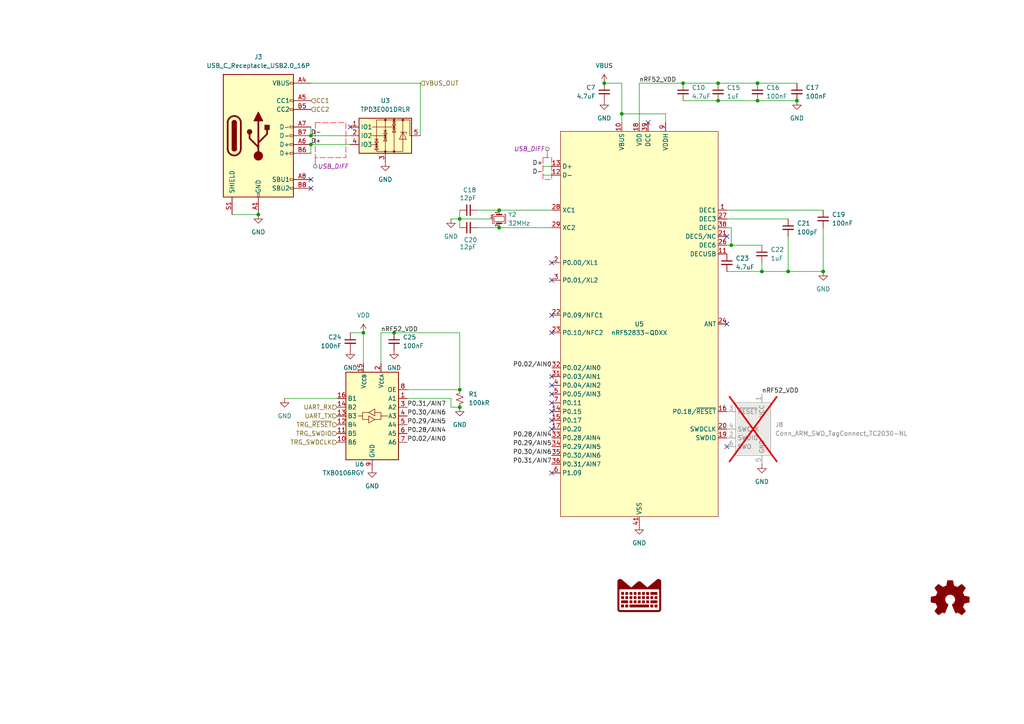
<source format=kicad_sch>
(kicad_sch (version 20250114) (generator "eeschema") (generator_version "9.0")
  (paper "A4")
  (title_block (title "RoyalBlue54L") (date "2025-01-25") (rev "0.0.1") (company "Lord's Boards"))
  (lib_symbols
    (symbol "Connector:Conn_ARM_SWD_TagConnect_TC2030-NL" (in_bom no)
      (property "Reference" "J" (at 2.54 11.43 0))
      (property "Value" "Conn_ARM_SWD_TagConnect_TC2030-NL" (at 2.54 8.89 0))
      (symbol "Conn_ARM_SWD_TagConnect_TC2030-NL_0_0"
        (pin power_in line (at -2.54 10.16 270) (length 2.54) (name "VCC") (number "1"))
        (pin power_in line (at -2.54 -10.16 90) (length 2.54) (name "GND") (number "5"))
        (pin open_collector line (at 7.62 5.08 180) (length 2.54) (name "~{RESET}") (number "3"))
        (pin output line (at 7.62 0 180) (length 2.54) (name "SWCLK") (number "4"))
        (pin bidirectional line (at 7.62 -2.54 180) (length 2.54) (name "SWDIO") (number "2"))
        (pin input line (at 7.62 -5.08 180) (length 2.54) (name "SWO") (number "6"))
      )
    )
    (symbol "Connector:USB_C_Receptacle_USB2.0_16P" (pin_names (offset 1.016))
      (property "Reference" "J" (at 0 22.225 0))
      (property "Value" "USB_C_Receptacle_USB2.0_16P" (at 0 19.685 0))
      (symbol "USB_C_Receptacle_USB2.0_16P_1_1"
        (pin passive line (at -7.62 -22.86 90) (length 5.08) (name "SHIELD") (number "S1"))
        (pin passive line (at 0 -22.86 90) (length 5.08) (name "GND") (number "A1"))
        (pin passive line (at 0 -22.86 90) (length 5.08) (hide yes) (name "GND") (number "A12"))
        (pin passive line (at 0 -22.86 90) (length 5.08) (hide yes) (name "GND") (number "B1"))
        (pin passive line (at 0 -22.86 90) (length 5.08) (hide yes) (name "GND") (number "B12"))
        (pin passive line (at 15.24 15.24 180) (length 5.08) (name "VBUS") (number "A4"))
        (pin passive line (at 15.24 15.24 180) (length 5.08) (hide yes) (name "VBUS") (number "A9"))
        (pin passive line (at 15.24 15.24 180) (length 5.08) (hide yes) (name "VBUS") (number "B4"))
        (pin passive line (at 15.24 15.24 180) (length 5.08) (hide yes) (name "VBUS") (number "B9"))
        (pin bidirectional line (at 15.24 10.16 180) (length 5.08) (name "CC1") (number "A5"))
        (pin bidirectional line (at 15.24 7.62 180) (length 5.08) (name "CC2") (number "B5"))
        (pin bidirectional line (at 15.24 2.54 180) (length 5.08) (name "D-") (number "A7"))
        (pin bidirectional line (at 15.24 0 180) (length 5.08) (name "D-") (number "B7"))
        (pin bidirectional line (at 15.24 -2.54 180) (length 5.08) (name "D+") (number "A6"))
        (pin bidirectional line (at 15.24 -5.08 180) (length 5.08) (name "D+") (number "B6"))
        (pin bidirectional line (at 15.24 -12.7 180) (length 5.08) (name "SBU1") (number "A8"))
        (pin bidirectional line (at 15.24 -15.24 180) (length 5.08) (name "SBU2") (number "B8"))
      )
    )
    (symbol "Device:C_Small" (pin_numbers (hide yes)) (pin_names (offset 0.254) (hide yes))
      (property "Reference" "C" (at 0.254 1.778 0))
      (property "Value" "C_Small" (at 0.254 -2.032 0))
      (symbol "C_Small_1_1"
        (pin passive line (at 0 2.54 270) (length 2.032) (name "~") (number "1"))
        (pin passive line (at 0 -2.54 90) (length 2.032) (name "~") (number "2"))
      )
    )
    (symbol "Device:R_Small_US" (pin_numbers (hide yes)) (pin_names (offset 0.254) (hide yes))
      (property "Reference" "R" (at 0.762 0.508 0))
      (property "Value" "R_Small_US" (at 0.762 -1.016 0))
      (symbol "R_Small_US_1_1"
        (pin passive line (at 0 2.54 270) (length 1.016) (name "~") (number "1"))
        (pin passive line (at 0 -2.54 90) (length 1.016) (name "~") (number "2"))
      )
    )
    (symbol "Graphic:Logo_Open_Hardware_Small" (in_bom no) (on_board no))
    (symbol "Logic_LevelTranslator:TXB0106RGY"
      (property "Reference" "U" (at -6.35 13.97 0))
      (property "Value" "TXB0106RGY" (at 3.81 13.97 0))
      (symbol "TXB0106RGY_1_1"
        (pin input line (at -10.16 7.62 0) (length 2.54) (name "OE") (number "8"))
        (pin bidirectional line (at -10.16 5.08 0) (length 2.54) (name "A1") (number "1"))
        (pin bidirectional line (at -10.16 2.54 0) (length 2.54) (name "A2") (number "3"))
        (pin bidirectional line (at -10.16 0 0) (length 2.54) (name "A3") (number "4"))
        (pin bidirectional line (at -10.16 -2.54 0) (length 2.54) (name "A4") (number "5"))
        (pin bidirectional line (at -10.16 -5.08 0) (length 2.54) (name "A5") (number "6"))
        (pin bidirectional line (at -10.16 -7.62 0) (length 2.54) (name "A6") (number "7"))
        (pin power_in line (at -2.54 15.24 270) (length 2.54) (name "V_{CCA}") (number "2"))
        (pin passive line (at 0 -15.24 90) (length 2.54) (hide yes) (name "GND") (number "17"))
        (pin power_in line (at 0 -15.24 90) (length 2.54) (name "GND") (number "9"))
        (pin power_in line (at 2.54 15.24 270) (length 2.54) (name "V_{CCB}") (number "15"))
        (pin bidirectional line (at 10.16 5.08 180) (length 2.54) (name "B1") (number "16"))
        (pin bidirectional line (at 10.16 2.54 180) (length 2.54) (name "B2") (number "14"))
        (pin bidirectional line (at 10.16 0 180) (length 2.54) (name "B3") (number "13"))
        (pin bidirectional line (at 10.16 -2.54 180) (length 2.54) (name "B4") (number "12"))
        (pin bidirectional line (at 10.16 -5.08 180) (length 2.54) (name "B5") (number "11"))
        (pin bidirectional line (at 10.16 -7.62 180) (length 2.54) (name "B6") (number "10"))
      )
    )
    (symbol "LordsBoards-Graphic:LordsBoardsLogo" (in_bom no) (on_board no))
    (symbol "Power_Protection:TPD3E001DRLR"
      (property "Reference" "U" (at -5.08 6.35 0))
      (property "Value" "TPD3E001DRLR" (at 8.89 -7.62 0))
      (symbol "TPD3E001DRLR_1_1"
        (pin passive line (at -10.16 0 0) (length 2.54) (name "~") (number "5"))
        (pin passive line (at 0 -7.62 90) (length 2.54) (name "~") (number "3"))
        (pin passive line (at 10.16 2.54 180) (length 2.54) (name "IO1") (number "1"))
        (pin passive line (at 10.16 0 180) (length 2.54) (name "IO2") (number "2"))
        (pin passive line (at 10.16 -2.54 180) (length 2.54) (name "IO3") (number "4"))
      )
    )
    (symbol "hlord2000-Device:Crystal_GND24_Small_EZRoute" (pin_names (offset 1.016) (hide yes))
      (property "Reference" "Y" (at 1.27 4.445 0))
      (property "Value" "Crystal_GND24_Small_EZRoute" (at 1.27 2.54 0))
      (symbol "Crystal_GND24_Small_EZRoute_1_1"
        (pin passive line (at -2.54 0 0) (length 1.27) (name "1") (number "1"))
        (pin passive line (at 0 -2.54 90) (length 0.635) (name "2") (number "2"))
        (pin passive line (at 0 -2.54 90) (length 0.635) (hide yes) (name "4") (number "4"))
        (pin passive line (at 2.54 0 180) (length 1.27) (name "3") (number "3"))
      )
    )
    (symbol "nordic-lib-kicad-nrf52:nRF52833-QDXX"
      (property "Reference" "U" (at 0 0 0))
      (property "Value" "nRF52833-QDXX" (at 0 -2.54 0))
      (symbol "nRF52833-QDXX_0_0"
        (pin unspecified line (at -25.4 45.72 0) (length 2.54) (name "D+") (number "13"))
        (pin unspecified line (at -25.4 43.18 0) (length 2.54) (name "D-") (number "12"))
        (pin unspecified line (at -25.4 33.02 0) (length 2.54) (name "XC1") (number "28"))
        (pin unspecified line (at -25.4 27.94 0) (length 2.54) (name "XC2") (number "29"))
        (pin unspecified line (at -25.4 17.78 0) (length 2.54) (name "P0.00/XL1") (number "2"))
        (pin unspecified line (at -25.4 12.7 0) (length 2.54) (name "P0.01/XL2") (number "3"))
        (pin unspecified line (at -25.4 2.54 0) (length 2.54) (name "P0.09/NFC1") (number "22"))
        (pin unspecified line (at -25.4 -2.54 0) (length 2.54) (name "P0.10/NFC2") (number "23"))
        (pin unspecified line (at -25.4 -12.7 0) (length 2.54) (name "P0.02/AIN0") (number "32"))
        (pin unspecified line (at -25.4 -15.24 0) (length 2.54) (name "P0.03/AIN1") (number "31"))
        (pin unspecified line (at -25.4 -17.78 0) (length 2.54) (name "P0.04/AIN2") (number "4"))
        (pin unspecified line (at -25.4 -20.32 0) (length 2.54) (name "P0.05/AIN3") (number "5"))
        (pin unspecified line (at -25.4 -22.86 0) (length 2.54) (name "P0.11") (number "7"))
        (pin unspecified line (at -25.4 -25.4 0) (length 2.54) (name "P0.15") (number "14"))
        (pin unspecified line (at -25.4 -27.94 0) (length 2.54) (name "P0.17") (number "15"))
        (pin unspecified line (at -25.4 -30.48 0) (length 2.54) (name "P0.20") (number "17"))
        (pin unspecified line (at -25.4 -33.02 0) (length 2.54) (name "P0.28/AIN4") (number "33"))
        (pin unspecified line (at -25.4 -35.56 0) (length 2.54) (name "P0.29/AIN5") (number "34"))
        (pin unspecified line (at -25.4 -38.1 0) (length 2.54) (name "P0.30/AIN6") (number "35"))
        (pin unspecified line (at -25.4 -40.64 0) (length 2.54) (name "P0.31/AIN7") (number "36"))
        (pin unspecified line (at -25.4 -43.18 0) (length 2.54) (name "P1.09") (number "6"))
        (pin unspecified line (at -5.08 58.42 270) (length 2.54) (name "VBUS") (number "10"))
        (pin unspecified line (at 0 58.42 270) (length 2.54) (name "VDD") (number "18"))
        (pin unspecified line (at 2.54 58.42 270) (length 2.54) (name "DCC") (number "39"))
        (pin unspecified line (at 7.62 58.42 270) (length 2.54) (name "VDDH") (number "9"))
        (pin unspecified line (at 25.4 20.32 180) (length 2.54) (name "DECUSB") (number "11"))
        (pin unspecified line (at 25.4 0 180) (length 2.54) (name "ANT") (number "24"))
        (pin unspecified line (at 25.4 -30.48 180) (length 2.54) (name "SWDCLK") (number "20"))
        (pin unspecified line (at 25.4 -33.02 180) (length 2.54) (name "SWDIO") (number "19"))
      )
      (symbol "nRF52833-QDXX_1_0"
        (pin unspecified line (at 0 58.42 270) (length 2.54) (hide yes) (name "VDD") (number "30"))
        (pin unspecified line (at 0 58.42 270) (length 2.54) (hide yes) (name "VDD") (number "40"))
        (pin unspecified line (at 0 58.42 270) (length 2.54) (hide yes) (name "VDD") (number "8"))
        (pin unspecified line (at 0 -58.42 90) (length 2.54) (hide yes) (name "VSS_PA") (number "25"))
        (pin unspecified line (at 0 -58.42 90) (length 2.54) (hide yes) (name "VSS") (number "37"))
        (pin passive line (at 0 -58.42 90) (length 2.54) (name "VSS") (number "41"))
        (pin unspecified line (at 25.4 33.02 180) (length 2.54) (name "DEC1") (number "1"))
        (pin unspecified line (at 25.4 30.48 180) (length 2.54) (name "DEC3") (number "27"))
        (pin unspecified line (at 25.4 27.94 180) (length 2.54) (name "DEC4") (number "38"))
        (pin unspecified line (at 25.4 25.4 180) (length 2.54) (name "DEC5/NC") (number "21"))
        (pin unspecified line (at 25.4 22.86 180) (length 2.54) (name "DEC6") (number "26"))
        (pin unspecified line (at 25.4 -25.4 180) (length 2.54) (name "P0.18/~{RESET}") (number "16"))
      )
    )
    (symbol "power:GND" (power) (pin_numbers (hide yes)) (pin_names (offset 0) (hide yes))
      (property "Value" "GND" (at 0 -3.81 0))
      (symbol "GND_1_1"
        (pin power_in line (at 0 0 270) (length 0) (name "~") (number "1"))
      )
    )
    (symbol "power:VBUS" (power) (pin_numbers (hide yes)) (pin_names (offset 0) (hide yes))
      (property "Value" "VBUS" (at 0 3.556 0))
      (symbol "VBUS_1_1"
        (pin power_in line (at 0 0 90) (length 0) (name "~") (number "1"))
      )
    )
    (symbol "power:VDD" (power) (pin_numbers (hide yes)) (pin_names (offset 0) (hide yes))
      (property "Value" "VDD" (at 0 3.556 0))
      (symbol "VDD_1_1"
        (pin power_in line (at 0 0 90) (length 0) (name "~") (number "1"))
      )
    )
  )
  (junction (at 208.28 24.13))
  (junction (at 228.6 78.74))
  (junction (at 144.78 60.96))
  (junction (at 231.14 29.21))
  (junction (at 133.35 113.03))
  (junction (at 219.71 29.21))
  (junction (at 133.35 118.11))
  (junction (at 220.98 78.74))
  (junction (at 133.35 63.5))
  (junction (at 105.41 96.52))
  (junction (at 219.71 24.13))
  (junction (at 175.26 24.13))
  (junction (at 198.12 24.13))
  (junction (at 144.78 66.04))
  (junction (at 180.34 33.02))
  (junction (at 212.09 71.12))
  (junction (at 238.76 78.74))
  (junction (at 114.3 96.52))
  (junction (at 74.93 62.23))
  (junction (at 208.28 29.21))
  (junction (at 90.17 41.91))
  (junction (at 90.17 39.37))
  (no_connect (at 187.96 35.56))
  (no_connect (at 160.02 121.92))
  (no_connect (at 160.02 114.3))
  (no_connect (at 160.02 91.44))
  (no_connect (at 160.02 81.28))
  (no_connect (at 90.17 54.61))
  (no_connect (at 160.02 119.38))
  (no_connect (at 160.02 137.16))
  (no_connect (at 160.02 76.2))
  (no_connect (at 160.02 111.76))
  (no_connect (at 160.02 109.22))
  (no_connect (at 90.17 52.07))
  (no_connect (at 101.6 36.83))
  (no_connect (at 160.02 116.84))
  (no_connect (at 160.02 124.46))
  (no_connect (at 210.82 93.98))
  (no_connect (at 210.82 68.58))
  (no_connect (at 160.02 96.52))
  (no_connect (at 210.82 129.54))
  (wire (pts (xy 208.28 24.13) (xy 219.71 24.13)))
  (wire (pts (xy 198.12 24.13) (xy 208.28 24.13)))
  (wire (pts (xy 110.49 96.52) (xy 110.49 105.41)))
  (wire (pts (xy 210.82 63.5) (xy 228.6 63.5)))
  (wire (pts (xy 138.43 66.04) (xy 144.78 66.04)))
  (wire (pts (xy 133.35 96.52) (xy 114.3 96.52)))
  (wire (pts (xy 219.71 24.13) (xy 231.14 24.13)))
  (wire (pts (xy 138.43 60.96) (xy 144.78 60.96)))
  (wire (pts (xy 130.81 115.57) (xy 130.81 118.11)))
  (wire (pts (xy 133.35 60.96) (xy 133.35 63.5)))
  (wire (pts (xy 105.41 96.52) (xy 105.41 105.41)))
  (wire (pts (xy 157.48 50.8) (xy 160.02 50.8)))
  (wire (pts (xy 212.09 71.12) (xy 220.98 71.12)))
  (wire (pts (xy 133.35 63.5) (xy 133.35 66.04)))
  (wire (pts (xy 133.35 96.52) (xy 133.35 113.03)))
  (wire (pts (xy 185.42 24.13) (xy 185.42 35.56)))
  (wire (pts (xy 121.92 24.13) (xy 90.17 24.13)))
  (wire (pts (xy 90.17 41.91) (xy 90.17 44.45)))
  (wire (pts (xy 90.17 41.91) (xy 101.6 41.91)))
  (wire (pts (xy 90.17 39.37) (xy 101.6 39.37)))
  (wire (pts (xy 130.81 118.11) (xy 133.35 118.11)))
  (wire (pts (xy 157.48 48.26) (xy 160.02 48.26)))
  (wire (pts (xy 210.82 78.74) (xy 220.98 78.74)))
  (wire (pts (xy 208.28 29.21) (xy 219.71 29.21)))
  (wire (pts (xy 220.98 78.74) (xy 228.6 78.74)))
  (wire (pts (xy 238.76 66.04) (xy 238.76 78.74)))
  (wire (pts (xy 180.34 24.13) (xy 180.34 33.02)))
  (wire (pts (xy 133.35 113.03) (xy 118.11 113.03)))
  (wire (pts (xy 105.41 96.52) (xy 101.6 96.52)))
  (wire (pts (xy 210.82 66.04) (xy 212.09 66.04)))
  (wire (pts (xy 212.09 66.04) (xy 212.09 71.12)))
  (wire (pts (xy 180.34 33.02) (xy 193.04 33.02)))
  (wire (pts (xy 193.04 33.02) (xy 193.04 35.56)))
  (wire (pts (xy 121.92 24.13) (xy 121.92 39.37)))
  (wire (pts (xy 118.11 115.57) (xy 130.81 115.57)))
  (wire (pts (xy 144.78 60.96) (xy 160.02 60.96)))
  (wire (pts (xy 219.71 29.21) (xy 231.14 29.21)))
  (wire (pts (xy 114.3 96.52) (xy 110.49 96.52)))
  (wire (pts (xy 175.26 24.13) (xy 180.34 24.13)))
  (wire (pts (xy 67.31 62.23) (xy 74.93 62.23)))
  (wire (pts (xy 210.82 60.96) (xy 238.76 60.96)))
  (wire (pts (xy 90.17 36.83) (xy 90.17 39.37)))
  (wire (pts (xy 185.42 24.13) (xy 198.12 24.13)))
  (wire (pts (xy 228.6 78.74) (xy 238.76 78.74)))
  (wire (pts (xy 210.82 71.12) (xy 212.09 71.12)))
  (wire (pts (xy 133.35 63.5) (xy 142.24 63.5)))
  (wire (pts (xy 180.34 33.02) (xy 180.34 35.56)))
  (wire (pts (xy 228.6 68.58) (xy 228.6 78.74)))
  (wire (pts (xy 144.78 66.04) (xy 160.02 66.04)))
  (wire (pts (xy 82.55 115.57) (xy 97.79 115.57)))
  (wire (pts (xy 130.81 63.5) (xy 133.35 63.5)))
  (wire (pts (xy 198.12 29.21) (xy 208.28 29.21)))
  (wire (pts (xy 220.98 76.2) (xy 220.98 78.74)))
  (label "D-" (at 157.48 50.8 180))
  (label "P0.28/AIN4" (at 160.02 127 180))
  (label "P0.30/AIN6" (at 118.11 120.65 0))
  (label "D+" (at 157.48 48.26 180))
  (label "nRF52_VDD" (at 110.49 96.52 0))
  (label "P0.30/AIN6" (at 160.02 132.08 180))
  (label "D-" (at 90.17 39.37 0))
  (label "nRF52_VDD" (at 220.98 114.3 0))
  (label "P0.31/AIN7" (at 160.02 134.62 180))
  (label "P0.29/AIN5" (at 118.11 123.19 0))
  (label "P0.02/AIN0" (at 118.11 128.27 0))
  (label "P0.29/AIN5" (at 160.02 129.54 180))
  (label "nRF52_VDD" (at 185.42 24.13 0))
  (label "P0.02/AIN0" (at 160.02 106.68 180))
  (label "P0.31/AIN7" (at 118.11 118.11 0))
  (label "P0.28/AIN4" (at 118.11 125.73 0))
  (label "D+" (at 90.17 41.91 0))
  (hierarchical_label "CC1" (shape input) (at 90.17 29.21 0))
  (hierarchical_label "TRG_SWDIO" (shape input) (at 97.79 125.73 180))
  (hierarchical_label "TRG_~{RESET}" (shape input) (at 97.79 123.19 180))
  (hierarchical_label "VBUS_OUT" (shape input) (at 121.92 24.13 0))
  (hierarchical_label "UART_TX" (shape input) (at 97.79 120.65 180))
  (hierarchical_label "UART_RX" (shape input) (at 97.79 118.11 180))
  (hierarchical_label "TRG_SWDCLK" (shape input) (at 97.79 128.27 180))
  (hierarchical_label "CC2" (shape input) (at 90.17 31.75 0))
  (rule_area (polyline (pts (xy 91.44 35.56) (xy 91.44 45.72) (xy 97.79 45.72) (xy 100.33 45.72) (xy 100.33 43.18) (xy 100.33 35.56)) (stroke (width 0) (type dash))))
  (rule_area (polyline (pts (xy 157.48 45.72) (xy 157.48 52.07) (xy 160.02 52.07) (xy 160.02 45.72)) (stroke (width 0) (type dash))))
  (netclass_flag "" (length 2.54) (shape round) (at 91.44 45.72 180) (property "Netclass" "USB_DIFF" (at 92.1385 48.26 0) (effects (font (italic yes)) (justify left))))
  (netclass_flag "" (length 2.54) (shape round) (at 158.75 45.72 0) (property "Netclass" "USB_DIFF" (at 158.0515 43.18 0) (effects (font (italic yes)) (justify right))))
  (symbol (lib_id "Device:C_Small") (at 101.6 99.06 0) (mirror y) (unit 1)
    (property "Reference" "C24" (at 99.06 97.7962 0) (effects (justify left)))
    (property "Value" "100nF" (at 99.06 100.3362 0) (effects (justify left)))
    (property "Footprint" "Capacitor_SMD:C_0402_1005Metric" (effects (hide yes)))
    (property "Description" "Unpolarized capacitor, small symbol" (effects (hide yes)))
    (property "LCSC" "C307331" (effects (hide yes)))
  )
  (symbol (lib_id "power:GND") (at 74.93 62.23 0) (unit 1)
    (property "Reference" "#PWR027" (effects (hide yes)))
    (property "Value" "GND" (at 74.93 67.31 0))
    (property "Description" "Power symbol creates a global label with name \"GND\" , ground" (effects (hide yes)))
  )
  (symbol (lib_id "Logic_LevelTranslator:TXB0106RGY") (at 107.95 120.65 0) (mirror y) (unit 1)
    (property "Reference" "U6" (at 105.664 134.62 0) (effects (justify left)))
    (property "Value" "TXB0106RGY" (at 105.664 137.16 0) (effects (justify left)))
    (property "Footprint" "Package_DFN_QFN:Texas_RGY_R-PVQFN-N16_EP2.05x2.55mm" (effects (hide yes)))
    (property "Datasheet" "http://www.ti.com/lit/ds/symlink/txb0106.pdf" (effects (hide yes)))
    (property "Description" "6-Bit Bidirectional Voltage-Level Translator, Auto Direction Sensing and ±15-kV ESD Protection, 1.2 - 3.6V APort, 1.65 - 5.5V BPort, VQFN-16" (effects (hide yes)))
    (property "LCSC" "C2652978" (effects (hide yes)))
  )
  (symbol (lib_id "Device:C_Small") (at 238.76 63.5 0) (unit 1)
    (property "Reference" "C19" (at 241.3 62.2362 0) (effects (justify left)))
    (property "Value" "100nF" (at 241.3 64.7762 0) (effects (justify left)))
    (property "Footprint" "Capacitor_SMD:C_0402_1005Metric" (effects (hide yes)))
    (property "Description" "Unpolarized capacitor, small symbol" (effects (hide yes)))
    (property "LCSC" "C307331" (effects (hide yes)))
  )
  (symbol (lib_id "Graphic:Logo_Open_Hardware_Small") (at 275.59 173.99 0) (unit 1) (in_bom no) (on_board no)
    (property "Reference" "#SYM6" (effects (hide yes)))
    (property "Value" "Logo_Open_Hardware_Small" (effects (hide yes)))
  )
  (symbol (lib_id "Device:C_Small") (at 208.28 26.67 0) (unit 1)
    (property "Reference" "C15" (at 210.82 25.4062 0) (effects (justify left)))
    (property "Value" "1uF" (at 210.82 27.9462 0) (effects (justify left)))
    (property "Footprint" "Capacitor_SMD:C_0402_1005Metric" (effects (hide yes)))
    (property "Description" "Unpolarized capacitor, small symbol" (effects (hide yes)))
    (property "LCSC" "C52923" (effects (hide yes)))
  )
  (symbol (lib_id "power:GND") (at 111.76 46.99 0) (unit 1)
    (property "Reference" "#PWR025" (effects (hide yes)))
    (property "Value" "GND" (at 111.76 52.07 0))
    (property "Description" "Power symbol creates a global label with name \"GND\" , ground" (effects (hide yes)))
  )
  (symbol (lib_id "power:GND") (at 107.95 135.89 0) (mirror y) (unit 1)
    (property "Reference" "#PWR03" (effects (hide yes)))
    (property "Value" "GND" (at 107.95 140.97 0))
    (property "Description" "Power symbol creates a global label with name \"GND\" , ground" (effects (hide yes)))
  )
  (symbol (lib_id "nordic-lib-kicad-nrf52:nRF52833-QDXX") (at 185.42 93.98 0) (unit 1)
    (property "Reference" "U5" (at 185.42 93.98 0))
    (property "Value" "nRF52833-QDXX" (at 185.42 96.52 0))
    (property "Footprint" "Package_DFN_QFN:QFN-40-1EP_5x5mm_P0.4mm_EP3.6x3.6mm_ThermalVias" (effects (hide yes)))
    (property "LCSC" "C2895249" (effects (hide yes)))
  )
  (symbol (lib_id "power:GND") (at 175.26 29.21 0) (unit 1)
    (property "Reference" "#PWR023" (effects (hide yes)))
    (property "Value" "GND" (at 175.26 34.29 0))
    (property "Description" "Power symbol creates a global label with name \"GND\" , ground" (effects (hide yes)))
  )
  (symbol (lib_id "Device:R_Small_US") (at 133.35 115.57 0) (mirror y) (unit 1)
    (property "Reference" "R1" (at 135.89 114.2999 0) (effects (justify right)))
    (property "Value" "100kR" (at 135.89 116.8399 0) (effects (justify right)))
    (property "Footprint" "Resistor_SMD:R_0402_1005Metric" (effects (hide yes)))
    (property "Description" "Resistor, small US symbol" (effects (hide yes)))
    (property "LCSC" "C25741" (effects (hide yes)))
  )
  (symbol (lib_id "Device:C_Small") (at 135.89 66.04 90) (mirror x) (unit 1)
    (property "Reference" "C20" (at 138.43 69.596 90) (effects (justify left)))
    (property "Value" "12pF" (at 138.176 71.628 90) (effects (justify left)))
    (property "Footprint" "Capacitor_SMD:C_0402_1005Metric" (effects (hide yes)))
    (property "Description" "Unpolarized capacitor, small symbol" (effects (hide yes)))
    (property "LCSC" "C1547" (effects (hide yes)))
  )
  (symbol (lib_id "Connector:Conn_ARM_SWD_TagConnect_TC2030-NL") (at 218.44 124.46 0) (mirror y) (unit 1) (in_bom no) (dnp yes)
    (property "Reference" "J8" (at 224.79 123.1899 0) (effects (justify right)))
    (property "Value" "Conn_ARM_SWD_TagConnect_TC2030-NL" (at 224.79 125.7299 0) (effects (justify right)))
    (property "Footprint" "Connector:Tag-Connect_TC2030-IDC-NL_2x03_P1.27mm_Vertical" (effects (hide yes)))
    (property "Datasheet" "https://www.tag-connect.com/wp-content/uploads/bsk-pdf-manager/TC2030-CTX_1.pdf" (effects (hide yes)))
    (property "Description" "Tag-Connect ARM Cortex SWD JTAG connector, 6 pin, no legs" (effects (hide yes)))
  )
  (symbol (lib_id "power:GND") (at 101.6 101.6 0) (mirror y) (unit 1)
    (property "Reference" "#PWR040" (effects (hide yes)))
    (property "Value" "GND" (at 101.6 106.68 0))
    (property "Description" "Power symbol creates a global label with name \"GND\" , ground" (effects (hide yes)))
  )
  (symbol (lib_id "Device:C_Small") (at 198.12 26.67 0) (unit 1)
    (property "Reference" "C10" (at 200.66 25.4062 0) (effects (justify left)))
    (property "Value" "4.7uF" (at 200.66 27.9462 0) (effects (justify left)))
    (property "Footprint" "Capacitor_SMD:C_0402_1005Metric" (effects (hide yes)))
    (property "Description" "Unpolarized capacitor, small symbol" (effects (hide yes)))
    (property "LCSC" "C23733" (effects (hide yes)))
  )
  (symbol (lib_id "power:GND") (at 82.55 115.57 0) (mirror y) (unit 1)
    (property "Reference" "#PWR049" (effects (hide yes)))
    (property "Value" "GND" (at 82.55 120.65 0))
    (property "Description" "Power symbol creates a global label with name \"GND\" , ground" (effects (hide yes)))
  )
  (symbol (lib_id "hlord2000-Device:Crystal_GND24_Small_EZRoute") (at 144.78 63.5 270) (unit 1)
    (property "Reference" "Y2" (at 147.32 62.2299 90) (effects (justify left)))
    (property "Value" "32MHz" (at 147.32 64.7699 90) (effects (justify left)))
    (property "Footprint" "Crystal:Crystal_SMD_2016-4Pin_2.0x1.6mm" (effects (hide yes)))
    (property "Description" "Four pin crystal, GND on pins 2 and 4, small symbol" (effects (hide yes)))
    (property "LCSC" "C2682773" (effects (hide yes)))
  )
  (symbol (lib_id "Device:C_Small") (at 231.14 26.67 0) (unit 1)
    (property "Reference" "C17" (at 233.68 25.4062 0) (effects (justify left)))
    (property "Value" "100nF" (at 233.68 27.9462 0) (effects (justify left)))
    (property "Footprint" "Capacitor_SMD:C_0402_1005Metric" (effects (hide yes)))
    (property "Description" "Unpolarized capacitor, small symbol" (effects (hide yes)))
    (property "LCSC" "C307331" (effects (hide yes)))
  )
  (symbol (lib_id "Power_Protection:TPD3E001DRLR") (at 111.76 39.37 0) (mirror y) (unit 1)
    (property "Reference" "U3" (at 111.76 29.21 0))
    (property "Value" "TPD3E001DRLR" (at 111.76 31.75 0))
    (property "Footprint" "Package_TO_SOT_SMD:SOT-553" (effects (hide yes)))
    (property "Datasheet" "http://www.ti.com/lit/ds/symlink/tpd3e001.pdf" (effects (hide yes)))
    (property "Description" "TPD3E001 Low-Capacitance 3-Channel ESD-Protection for High-Speed Data Interfaces" (effects (hide yes)))
    (property "LCSC" "C2999113" (effects (hide yes)))
  )
  (symbol (lib_id "Device:C_Small") (at 175.26 26.67 0) (mirror y) (unit 1)
    (property "Reference" "C7" (at 172.72 25.4062 0) (effects (justify left)))
    (property "Value" "4.7uF" (at 172.72 27.9462 0) (effects (justify left)))
    (property "Footprint" "Capacitor_SMD:C_0402_1005Metric" (effects (hide yes)))
    (property "Description" "Unpolarized capacitor, small symbol" (effects (hide yes)))
    (property "LCSC" "C23733" (effects (hide yes)))
  )
  (symbol (lib_id "Connector:USB_C_Receptacle_USB2.0_16P") (at 74.93 39.37 0) (unit 1)
    (property "Reference" "J3" (at 74.93 16.51 0))
    (property "Value" "USB_C_Receptacle_USB2.0_16P" (at 74.93 19.05 0))
    (property "Footprint" "marbastlib-various:USB_C_Receptacle_HRO_TYPE-C-31-M-12" (effects (hide yes)))
    (property "Datasheet" "https://www.usb.org/sites/default/files/documents/usb_type-c.zip" (effects (hide yes)))
    (property "Description" "USB 2.0-only 16P Type-C Receptacle connector" (effects (hide yes)))
    (property "LCSC" "C165948" (effects (hide yes)))
  )
  (symbol (lib_id "power:GND") (at 185.42 152.4 0) (unit 1)
    (property "Reference" "#PWR047" (effects (hide yes)))
    (property "Value" "GND" (at 185.42 157.48 0))
    (property "Description" "Power symbol creates a global label with name \"GND\" , ground" (effects (hide yes)))
  )
  (symbol (lib_id "power:GND") (at 231.14 29.21 0) (unit 1)
    (property "Reference" "#PWR024" (effects (hide yes)))
    (property "Value" "GND" (at 231.14 34.29 0))
    (property "Description" "Power symbol creates a global label with name \"GND\" , ground" (effects (hide yes)))
  )
  (symbol (lib_id "power:GND") (at 133.35 118.11 0) (mirror y) (unit 1)
    (property "Reference" "#PWR012" (effects (hide yes)))
    (property "Value" "GND" (at 133.35 123.19 0))
    (property "Description" "Power symbol creates a global label with name \"GND\" , ground" (effects (hide yes)))
  )
  (symbol (lib_id "power:VBUS") (at 175.26 24.13 0) (unit 1)
    (property "Reference" "#PWR029" (effects (hide yes)))
    (property "Value" "VBUS" (at 175.26 19.05 0))
    (property "Description" "Power symbol creates a global label with name \"VBUS\"" (effects (hide yes)))
  )
  (symbol (lib_id "power:GND") (at 114.3 101.6 0) (unit 1)
    (property "Reference" "#PWR044" (effects (hide yes)))
    (property "Value" "GND" (at 114.3 106.68 0))
    (property "Description" "Power symbol creates a global label with name \"GND\" , ground" (effects (hide yes)))
  )
  (symbol (lib_id "Device:C_Small") (at 135.89 60.96 90) (unit 1)
    (property "Reference" "C18" (at 138.176 55.118 90) (effects (justify left)))
    (property "Value" "12pF" (at 138.176 57.404 90) (effects (justify left)))
    (property "Footprint" "Capacitor_SMD:C_0402_1005Metric" (effects (hide yes)))
    (property "Description" "Unpolarized capacitor, small symbol" (effects (hide yes)))
    (property "LCSC" "C1547" (effects (hide yes)))
  )
  (symbol (lib_id "power:GND") (at 238.76 78.74 0) (unit 1)
    (property "Reference" "#PWR036" (effects (hide yes)))
    (property "Value" "GND" (at 238.76 83.82 0))
    (property "Description" "Power symbol creates a global label with name \"GND\" , ground" (effects (hide yes)))
  )
  (symbol (lib_id "Device:C_Small") (at 210.82 76.2 0) (unit 1)
    (property "Reference" "C23" (at 213.36 74.9362 0) (effects (justify left)))
    (property "Value" "4.7uF" (at 213.36 77.4762 0) (effects (justify left)))
    (property "Footprint" "Capacitor_SMD:C_0402_1005Metric" (effects (hide yes)))
    (property "Description" "Unpolarized capacitor, small symbol" (effects (hide yes)))
    (property "LCSC" "C23733" (effects (hide yes)))
  )
  (symbol (lib_id "Device:C_Small") (at 220.98 73.66 0) (unit 1)
    (property "Reference" "C22" (at 223.52 72.3962 0) (effects (justify left)))
    (property "Value" "1uF" (at 223.52 74.9362 0) (effects (justify left)))
    (property "Footprint" "Capacitor_SMD:C_0402_1005Metric" (effects (hide yes)))
    (property "Description" "Unpolarized capacitor, small symbol" (effects (hide yes)))
    (property "LCSC" "C52923" (effects (hide yes)))
  )
  (symbol (lib_id "Device:C_Small") (at 228.6 66.04 0) (unit 1)
    (property "Reference" "C21" (at 231.14 64.7762 0) (effects (justify left)))
    (property "Value" "100pF" (at 231.14 67.3162 0) (effects (justify left)))
    (property "Footprint" "Capacitor_SMD:C_0402_1005Metric" (effects (hide yes)))
    (property "Description" "Unpolarized capacitor, small symbol" (effects (hide yes)))
    (property "LCSC" "C1546" (effects (hide yes)))
  )
  (symbol (lib_id "power:VDD") (at 105.41 96.52 0) (mirror y) (unit 1)
    (property "Reference" "#PWR013" (effects (hide yes)))
    (property "Value" "VDD" (at 105.41 91.44 0))
    (property "Description" "Power symbol creates a global label with name \"VDD\"" (effects (hide yes)))
  )
  (symbol (lib_id "LordsBoards-Graphic:LordsBoardsLogo") (at 185.42 172.72 0) (unit 1) (in_bom no) (on_board no)
    (property "Reference" "#SYM5" (effects (hide yes)))
  )
  (symbol (lib_id "power:GND") (at 130.81 63.5 0) (unit 1)
    (property "Reference" "#PWR028" (effects (hide yes)))
    (property "Value" "GND" (at 130.81 68.58 0))
    (property "Description" "Power symbol creates a global label with name \"GND\" , ground" (effects (hide yes)))
  )
  (symbol (lib_id "Device:C_Small") (at 114.3 99.06 0) (unit 1)
    (property "Reference" "C25" (at 116.84 97.7962 0) (effects (justify left)))
    (property "Value" "100nF" (at 116.84 100.3362 0) (effects (justify left)))
    (property "Footprint" "Capacitor_SMD:C_0402_1005Metric" (effects (hide yes)))
    (property "Description" "Unpolarized capacitor, small symbol" (effects (hide yes)))
    (property "LCSC" "C307331" (effects (hide yes)))
  )
  (symbol (lib_id "power:GND") (at 220.98 134.62 0) (unit 1)
    (property "Reference" "#PWR042" (effects (hide yes)))
    (property "Value" "GND" (at 220.98 139.7 0))
    (property "Description" "Power symbol creates a global label with name \"GND\" , ground" (effects (hide yes)))
  )
  (symbol (lib_id "Device:C_Small") (at 219.71 26.67 0) (unit 1)
    (property "Reference" "C16" (at 222.25 25.4062 0) (effects (justify left)))
    (property "Value" "100nF" (at 222.25 27.9462 0) (effects (justify left)))
    (property "Footprint" "Capacitor_SMD:C_0402_1005Metric" (effects (hide yes)))
    (property "Description" "Unpolarized capacitor, small symbol" (effects (hide yes)))
    (property "LCSC" "C307331" (effects (hide yes)))
  )
)
</source>
